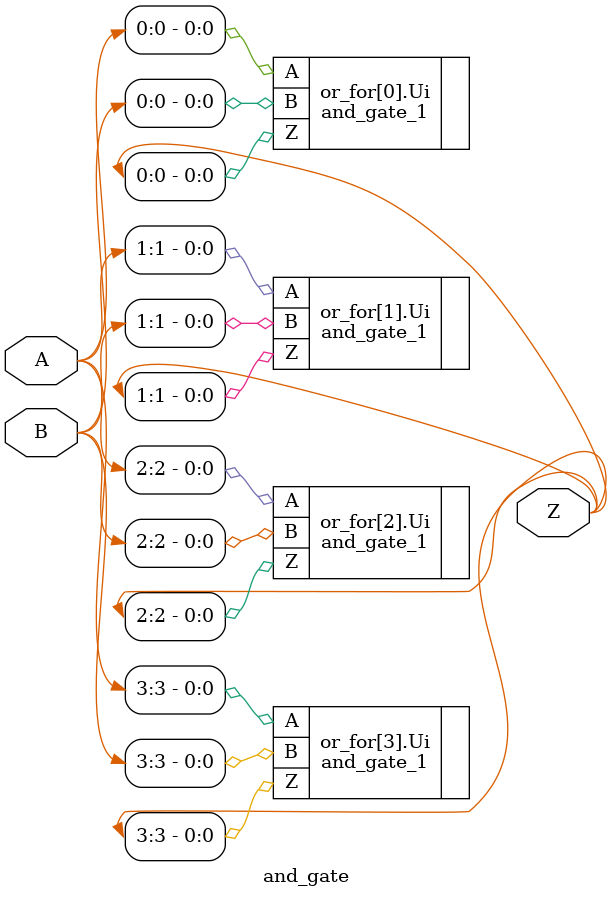
<source format=sv>
/*
Module: AND gate for N bit

Description: This module operates the AND gate with two input signals (N bits)
by using the behavioral model in System Verilog.
*/
module and_gate #(parameter N = 4)(A, B, Z);
	// parametric inputs
	input [N-1:0] A, B;
	// parametric output
	output [N-1:0] Z;
	// Create an intern variable to loop
	genvar i;
	// Using a loop we can connect every bit of both inputs and assing the outputs
	generate
		for(i = 0; i < N; i = i + 1) begin: or_for
			and_gate_1 Ui(.A(A[i]), .B(B[i]), .Z(Z[i]));
		end: or_for
	endgenerate
endmodule

</source>
